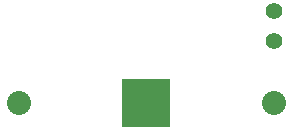
<source format=gbs>
G04 (created by PCBNEW (2013-05-31 BZR 4019)-stable) date 10/6/2013 10:31:21 PM*
%MOIN*%
G04 Gerber Fmt 3.4, Leading zero omitted, Abs format*
%FSLAX34Y34*%
G01*
G70*
G90*
G04 APERTURE LIST*
%ADD10C,0.00590551*%
%ADD11C,0.055*%
%ADD12R,0.16X0.16*%
%ADD13C,0.08*%
G04 APERTURE END LIST*
G54D10*
G54D11*
X33050Y-26350D03*
X33050Y-25350D03*
G54D12*
X28800Y-28400D03*
G54D13*
X24550Y-28400D03*
X33050Y-28400D03*
M02*

</source>
